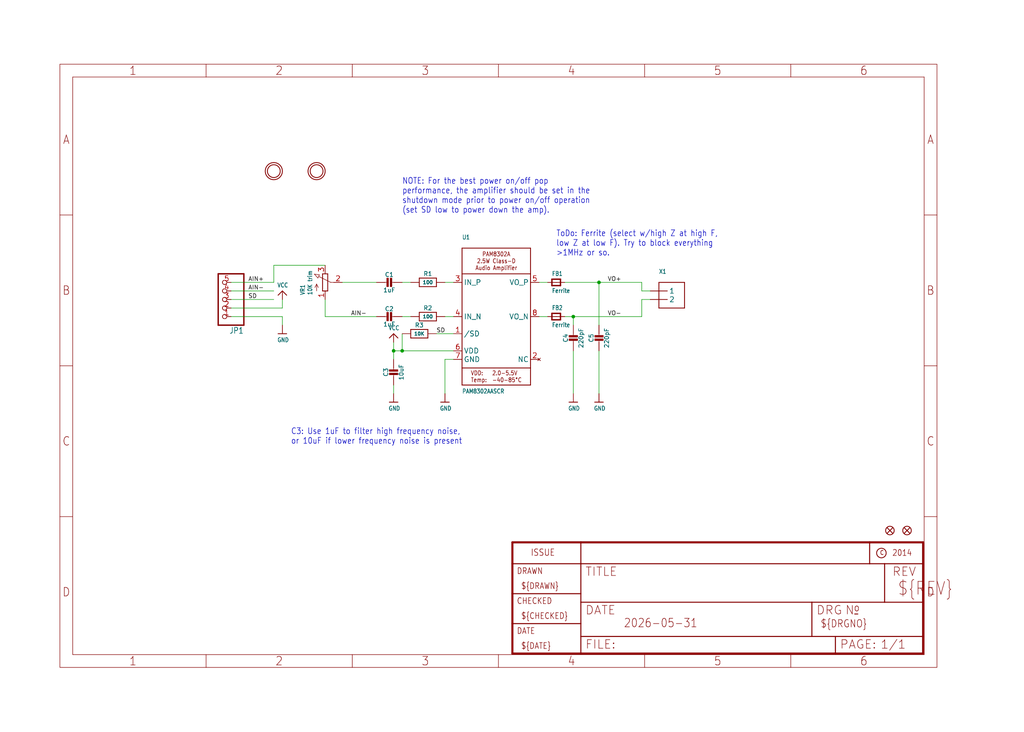
<source format=kicad_sch>
(kicad_sch (version 20250114) (generator "eeschema") (generator_version "9.0")
  (paper "User" 303.962 217.322)
  (lib_symbols
    (symbol "Adafruit PAM8302-eagle-import:AUDIOAMP_PAM8302A"
      (property "Reference" "U" (at -10.16 22.86 0))
      (symbol "AUDIOAMP_PAM8302A_1_0"
        (polyline (pts (xy -10.16 20.32) (xy 10.16 20.32)) (stroke (width 0.254)))
        (polyline (pts (xy -10.16 12.7) (xy -10.16 20.32)) (stroke (width 0.254)))
        (polyline (pts (xy -10.16 12.7) (xy 10.16 12.7)) (stroke (width 0.254)))
        (polyline (pts (xy -10.16 -15.24) (xy -10.16 12.7)) (stroke (width 0.254)))
        (polyline (pts (xy -10.16 -15.24) (xy -10.16 -20.32)) (stroke (width 0.254)))
        (polyline (pts (xy -10.16 -20.32) (xy 10.16 -20.32)) (stroke (width 0.254)))
        (polyline (pts (xy 10.16 20.32) (xy 10.16 12.7)) (stroke (width 0.254)))
        (polyline (pts (xy 10.16 12.7) (xy 10.16 -15.24)) (stroke (width 0.254)))
        (polyline (pts (xy 10.16 -15.24) (xy -10.16 -15.24)) (stroke (width 0.254)))
        (polyline (pts (xy 10.16 -20.32) (xy 10.16 -15.24)) (stroke (width 0.254)))
        (text "VDD:\nTemp:" (at -7.62 -17.78 0) (effects (font (size 1.27 1.0795)) (justify left)))
        (text "2.0-5.5V\n-40-85°C" (at -1.27 -17.78 0) (effects (font (size 1.27 1.0795)) (justify left)))
        (text "PAM8302A\n2.5W Class-D\nAudio Amplifier" (at 0 16.51 0) (effects (font (size 1.27 1.0795))))
        (pin input line (at -12.7 10.16 0) (length 2.54) (name "IN_P") (number "3"))
        (pin input line (at -12.7 0 0) (length 2.54) (name "IN_N") (number "4"))
        (pin input line (at -12.7 -5.08 0) (length 2.54) (name "/SD") (number "1"))
        (pin power_in line (at -12.7 -10.16 0) (length 2.54) (name "VDD") (number "6"))
        (pin power_in line (at -12.7 -12.7 0) (length 2.54) (name "GND") (number "7"))
        (pin output line (at 12.7 10.16 180) (length 2.54) (name "VO_P") (number "5"))
        (pin output line (at 12.7 0 180) (length 2.54) (name "VO_N") (number "8"))
        (pin no_connect line (at 12.7 -12.7 180) (length 2.54) (name "NC") (number "2"))
      )
    )
    (symbol "Adafruit PAM8302-eagle-import:CAP_CERAMIC0805-NOOUTLINE"
      (property "Reference" "C" (at -2.29 1.25 90))
      (symbol "CAP_CERAMIC0805-NOOUTLINE_1_0"
        (rectangle (start -1.27 1.524) (end 1.27 2.032) (fill (type outline)))
        (rectangle (start -1.27 0.508) (end 1.27 1.016) (fill (type outline)))
        (polyline (pts (xy 0 2.54) (xy 0 1.778)) (stroke (width 0.1524)))
        (polyline (pts (xy 0 0.762) (xy 0 0)) (stroke (width 0.1524)))
        (pin passive line (at 0 5.08 270) (length 2.54) (name "1") (number "1"))
        (pin passive line (at 0 -2.54 90) (length 2.54) (name "2") (number "2"))
      )
    )
    (symbol "Adafruit PAM8302-eagle-import:FERRITE_0805"
      (property "Reference" "FB" (at -1.27 1.905 0))
      (symbol "FERRITE_0805_1_0"
        (polyline (pts (xy -1.27 0.9525) (xy 1.27 0.9525)) (stroke (width 0.4064)))
        (polyline (pts (xy -1.27 -0.9525) (xy -1.27 0.9525)) (stroke (width 0.4064)))
        (polyline (pts (xy 1.27 0.9525) (xy 1.27 -0.9525)) (stroke (width 0.4064)))
        (polyline (pts (xy 1.27 -0.9525) (xy -1.27 -0.9525)) (stroke (width 0.4064)))
        (pin passive line (at -2.54 0 0) (length 2.54) (name "P$1") (number "1"))
        (pin passive line (at 2.54 0 180) (length 2.54) (name "P$2") (number "2"))
      )
    )
    (symbol "Adafruit PAM8302-eagle-import:FIDUCIAL{dblquote}{dblquote}"
      (symbol "FIDUCIAL{dblquote}{dblquote}_1_0"
        (polyline (pts (xy -0.762 0.762) (xy 0.762 -0.762)) (stroke (width 0.254)))
        (circle (center 0 0) (radius 1.27) (stroke (width 0.254)))
        (polyline (pts (xy 0.762 0.762) (xy -0.762 -0.762)) (stroke (width 0.254)))
      )
    )
    (symbol "Adafruit PAM8302-eagle-import:FRAME_A4"
      (symbol "FRAME_A4_1_0"
        (polyline (pts (xy 0 179.07) (xy 260.35 179.07) (xy 260.35 0) (xy 0 0) (xy 0 179.07)))
        (polyline (pts (xy 0 134.3025) (xy 3.81 134.3025)))
        (polyline (pts (xy 0 89.535) (xy 3.81 89.535)))
        (polyline (pts (xy 0 44.7675) (xy 3.81 44.7675)))
        (polyline (pts (xy 3.81 175.26) (xy 3.81 3.81)))
        (polyline (pts (xy 43.3917 179.07) (xy 43.3917 175.26)))
        (polyline (pts (xy 43.3917 3.81) (xy 43.3917 0)))
        (polyline (pts (xy 86.7833 179.07) (xy 86.7833 175.26)))
        (polyline (pts (xy 86.7833 3.81) (xy 86.7833 0)))
        (polyline (pts (xy 130.175 179.07) (xy 130.175 175.26)))
        (polyline (pts (xy 130.175 3.81) (xy 130.175 0)))
        (polyline (pts (xy 173.5667 179.07) (xy 173.5667 175.26)))
        (polyline (pts (xy 173.5667 3.81) (xy 173.5667 0)))
        (polyline (pts (xy 216.9583 179.07) (xy 216.9583 175.26)))
        (polyline (pts (xy 216.9583 3.81) (xy 216.9583 0)))
        (polyline (pts (xy 256.54 175.26) (xy 3.81 175.26)))
        (polyline (pts (xy 256.54 175.26) (xy 256.54 3.81)))
        (polyline (pts (xy 256.54 134.3025) (xy 260.35 134.3025)))
        (polyline (pts (xy 256.54 89.535) (xy 260.35 89.535)))
        (polyline (pts (xy 256.54 44.7675) (xy 260.35 44.7675)))
        (polyline (pts (xy 256.54 19.05) (xy 256.54 36.83)) (stroke (width 0.1016)))
        (polyline (pts (xy 256.54 13.97) (xy 256.54 19.05)) (stroke (width 0.1016)))
        (polyline (pts (xy 256.54 8.89) (xy 256.54 13.97)) (stroke (width 0.1016)))
        (polyline (pts (xy 256.54 3.81) (xy 3.81 3.81)))
        (polyline (pts (xy 256.54 3.81) (xy 256.54 8.89)) (stroke (width 0.1016)))
        (text "A" (at 1.905 156.6863 0) (effects (font (size 2.54 2.286))))
        (text "B" (at 1.905 111.9188 0) (effects (font (size 2.54 2.286))))
        (text "C" (at 1.905 67.1513 0) (effects (font (size 2.54 2.286))))
        (text "D" (at 1.905 22.3838 0) (effects (font (size 2.54 2.286))))
        (text "1" (at 21.6958 177.165 0) (effects (font (size 2.54 2.286))))
        (text "1" (at 21.6958 1.905 0) (effects (font (size 2.54 2.286))))
        (text "2" (at 65.0875 177.165 0) (effects (font (size 2.54 2.286))))
        (text "2" (at 65.0875 1.905 0) (effects (font (size 2.54 2.286))))
        (text "3" (at 108.4792 177.165 0) (effects (font (size 2.54 2.286))))
        (text "3" (at 108.4792 1.905 0) (effects (font (size 2.54 2.286))))
        (text "4" (at 151.8708 177.165 0) (effects (font (size 2.54 2.286))))
        (text "4" (at 151.8708 1.905 0) (effects (font (size 2.54 2.286))))
        (text "5" (at 195.2625 177.165 0) (effects (font (size 2.54 2.286))))
        (text "5" (at 195.2625 1.905 0) (effects (font (size 2.54 2.286))))
        (text "6" (at 238.6542 177.165 0) (effects (font (size 2.54 2.286))))
        (text "6" (at 238.6542 1.905 0) (effects (font (size 2.54 2.286))))
        (text "A" (at 258.445 156.6863 0) (effects (font (size 2.54 2.286))))
        (text "B" (at 258.445 111.9188 0) (effects (font (size 2.54 2.286))))
        (text "C" (at 258.445 67.1513 0) (effects (font (size 2.54 2.286))))
        (text "D" (at 258.445 22.3838 0) (effects (font (size 2.54 2.286))))
      )
      (symbol "FRAME_A4_2_0"
        (polyline (pts (xy -0.3048 34.5948) (xy -0.3048 28.2448)) (stroke (width 0.6096)))
        (polyline (pts (xy -0.3048 28.2448) (xy -0.3048 19.3548)) (stroke (width 0.6096)))
        (polyline (pts (xy -0.3048 28.2448) (xy 20.0152 28.2448)) (stroke (width 0.3048)))
        (polyline (pts (xy -0.3048 19.3548) (xy -0.3048 10.4648)) (stroke (width 0.6096)))
        (polyline (pts (xy -0.3048 19.3548) (xy 20.0152 19.3548)) (stroke (width 0.3048)))
        (polyline (pts (xy -0.3048 10.4648) (xy -0.3048 1.5748)) (stroke (width 0.6096)))
        (polyline (pts (xy -0.3048 10.4648) (xy 20.0152 10.4648)) (stroke (width 0.3048)))
        (polyline (pts (xy -0.3048 1.5748) (xy 20.0152 1.5748)) (stroke (width 0.6096)))
        (polyline (pts (xy 20.0152 34.5948) (xy -0.3048 34.5948)) (stroke (width 0.6096)))
        (polyline (pts (xy 20.0152 28.2448) (xy 20.0152 34.5948)) (stroke (width 0.3048)))
        (polyline (pts (xy 20.0152 28.2448) (xy 105.7402 28.2448)) (stroke (width 0.3048)))
        (polyline (pts (xy 20.0152 19.3548) (xy 20.0152 28.2448)) (stroke (width 0.3048)))
        (polyline (pts (xy 20.0152 16.8148) (xy 20.0152 19.3548)) (stroke (width 0.3048)))
        (polyline (pts (xy 20.0152 10.4648) (xy 20.0152 16.8148)) (stroke (width 0.3048)))
        (polyline (pts (xy 20.0152 6.6548) (xy 20.0152 10.4648)) (stroke (width 0.3048)))
        (polyline (pts (xy 20.0152 6.6548) (xy 88.5952 6.6548)) (stroke (width 0.3048)))
        (polyline (pts (xy 20.0152 1.5748) (xy 20.0152 6.6548)) (stroke (width 0.3048)))
        (polyline (pts (xy 20.0152 1.5748) (xy 95.5802 1.5748)) (stroke (width 0.6096)))
        (polyline (pts (xy 88.5952 16.8148) (xy 20.0152 16.8148)) (stroke (width 0.3048)))
        (polyline (pts (xy 88.5952 16.8148) (xy 88.5952 6.6548)) (stroke (width 0.3048)))
        (polyline (pts (xy 88.5952 6.6548) (xy 95.5802 6.6548)) (stroke (width 0.3048)))
        (polyline (pts (xy 95.5802 6.6548) (xy 95.5802 1.5748)) (stroke (width 0.3048)))
        (polyline (pts (xy 95.5802 6.6548) (xy 121.6152 6.6548)) (stroke (width 0.3048)))
        (polyline (pts (xy 95.5802 1.5748) (xy 121.6152 1.5748)) (stroke (width 0.6096)))
        (polyline (pts (xy 101.2952 13.3223) (xy 102.2477 13.3223)) (stroke (width 0.254)))
        (polyline (pts (xy 105.7402 34.5948) (xy 20.0152 34.5948)) (stroke (width 0.6096)))
        (polyline (pts (xy 105.7402 28.2448) (xy 105.7402 34.5948)) (stroke (width 0.3048)))
        (polyline (pts (xy 105.7402 28.2448) (xy 110.1852 28.2448)) (stroke (width 0.3048)))
        (circle (center 109.2327 31.4198) (radius 1.4199) (stroke (width 0.254)))
        (polyline (pts (xy 110.1852 28.2448) (xy 110.1852 16.8148)) (stroke (width 0.3048)))
        (polyline (pts (xy 110.1852 28.2448) (xy 121.6152 28.2448)) (stroke (width 0.3048)))
        (polyline (pts (xy 110.1852 16.8148) (xy 88.5952 16.8148)) (stroke (width 0.3048)))
        (polyline (pts (xy 121.6152 34.5948) (xy 105.7402 34.5948)) (stroke (width 0.6096)))
        (polyline (pts (xy 121.6152 34.5948) (xy 121.6152 28.2448)) (stroke (width 0.6096)))
        (polyline (pts (xy 121.6152 28.2448) (xy 121.6152 16.8148)) (stroke (width 0.6096)))
        (polyline (pts (xy 121.6152 16.8148) (xy 110.1852 16.8148)) (stroke (width 0.3048)))
        (polyline (pts (xy 121.6152 16.8148) (xy 121.6152 6.6548)) (stroke (width 0.6096)))
        (polyline (pts (xy 121.6152 6.6548) (xy 121.6152 1.5748)) (stroke (width 0.6096)))
        (text "DRAWN" (at 0.9652 25.0698 0) (effects (font (size 1.778 1.5113)) (justify left bottom)))
        (text "CHECKED" (at 0.9652 16.1798 0) (effects (font (size 1.778 1.5113)) (justify left bottom)))
        (text "DATE" (at 0.9652 7.2898 0) (effects (font (size 1.778 1.5113)) (justify left bottom)))
        (text "${DRAWN}" (at 2.2352 20.6248 0) (effects (font (size 1.778 1.5113)) (justify left bottom)))
        (text "${CHECKED}" (at 2.2352 11.7348 0) (effects (font (size 1.778 1.5113)) (justify left bottom)))
        (text "${DATE}" (at 2.2352 2.8448 0) (effects (font (size 1.778 1.5113)) (justify left bottom)))
        (text "ISSUE" (at 5.0927 30.4673 0) (effects (font (size 1.9304 1.6408)) (justify left bottom)))
        (text "TITLE" (at 21.2852 24.4348 0) (effects (font (size 2.54 2.54)) (justify left bottom)))
        (text "DATE" (at 21.2852 13.0048 0) (effects (font (size 2.54 2.54)) (justify left bottom)))
        (text "FILE:" (at 21.2852 2.8448 0) (effects (font (size 2.54 2.54)) (justify left bottom)))
        (text "${COMPANY}" (at 23.349 29.6735 0) (effects (font (size 3.175 2.6987) (thickness 0.5397) (bold yes)) (justify left bottom)))
        (text "${CURRENT_DATE}" (at 32.7152 9.1948 0) (effects (font (size 2.54 2.159)) (justify left bottom)))
        (text "${PROJECTNAME}" (at 33.0327 2.8448 0) (effects (font (size 2.54 2.159)) (justify left bottom)))
        (text "DRG" (at 89.8652 13.0048 0) (effects (font (size 2.54 2.54)) (justify left bottom)))
        (text "${DRGNO}" (at 91.1352 9.1948 0) (effects (font (size 2.1844 1.8567)) (justify left bottom)))
        (text "PAGE:" (at 96.8502 2.8448 0) (effects (font (size 2.54 2.54)) (justify left bottom)))
        (text "N" (at 98.4377 13.0048 0) (effects (font (size 2.54 2.54)) (justify left bottom)))
        (text "o" (at 100.9777 13.9573 0) (effects (font (size 2.1844 1.8567)) (justify left bottom)))
        (text "C" (at 108.7564 30.7848 0) (effects (font (size 1.27 1.0795)) (justify left bottom)))
        (text "${#}/${##}" (at 108.9152 2.8448 0) (effects (font (size 2.54 2.54)) (justify left bottom)))
        (text "2014" (at 112.4077 30.4673 0) (effects (font (size 1.778 1.5113)) (justify left bottom)))
        (text "REV" (at 112.4077 24.4348 0) (effects (font (size 2.54 2.54)) (justify left bottom)))
        (text "${REV}" (at 113.9952 18.7198 0) (effects (font (size 3.81 3.2385)) (justify left bottom)))
      )
    )
    (symbol "Adafruit PAM8302-eagle-import:GND" (power)
      (symbol "GND_1_0"
        (polyline (pts (xy -1.27 0) (xy 1.27 0)) (stroke (width 0.254)))
        (pin power_in line (at 0 2.54 270) (length 2.54) (name "GND") (number "1"))
      )
    )
    (symbol "Adafruit PAM8302-eagle-import:HEADER-1X570MIL"
      (property "Reference" "JP" (at -6.35 8.255 0))
      (symbol "HEADER-1X570MIL_1_0"
        (polyline (pts (xy -6.35 7.62) (xy -6.35 -7.62)) (stroke (width 0.4064)))
        (polyline (pts (xy -6.35 -7.62) (xy 1.27 -7.62)) (stroke (width 0.4064)))
        (polyline (pts (xy 1.27 7.62) (xy -6.35 7.62)) (stroke (width 0.4064)))
        (polyline (pts (xy 1.27 -7.62) (xy 1.27 7.62)) (stroke (width 0.4064)))
        (pin passive inverted (at -2.54 5.08 0) (length 2.54) (name "1") (number "1"))
        (pin passive inverted (at -2.54 2.54 0) (length 2.54) (name "2") (number "2"))
        (pin passive inverted (at -2.54 0 0) (length 2.54) (name "3") (number "3"))
        (pin passive inverted (at -2.54 -2.54 0) (length 2.54) (name "4") (number "4"))
        (pin passive inverted (at -2.54 -5.08 0) (length 2.54) (name "5") (number "5"))
      )
    )
    (symbol "Adafruit PAM8302-eagle-import:MOUNTINGHOLE2.0"
      (symbol "MOUNTINGHOLE2.0_1_0"
        (circle (center 0 0) (radius 1.905) (stroke (width 0.254)))
        (circle (center 0 0) (radius 2.54) (stroke (width 0.254)))
      )
    )
    (symbol "Adafruit PAM8302-eagle-import:RESISTOR0805_NOOUTLINE"
      (property "Reference" "R" (at 0 2.54 0))
      (symbol "RESISTOR0805_NOOUTLINE_1_0"
        (polyline (pts (xy -2.54 1.27) (xy 2.54 1.27)) (stroke (width 0.254)))
        (polyline (pts (xy -2.54 -1.27) (xy -2.54 1.27)) (stroke (width 0.254)))
        (polyline (pts (xy 2.54 1.27) (xy 2.54 -1.27)) (stroke (width 0.254)))
        (polyline (pts (xy 2.54 -1.27) (xy -2.54 -1.27)) (stroke (width 0.254)))
        (pin passive line (at -5.08 0 0) (length 2.54) (name "1") (number "1"))
        (pin passive line (at 5.08 0 180) (length 2.54) (name "2") (number "2"))
      )
    )
    (symbol "Adafruit PAM8302-eagle-import:TERMBLOCK_1X2"
      (property "Reference" "X" (at -2.54 7.62 0))
      (symbol "TERMBLOCK_1X2_1_0"
        (polyline (pts (xy -2.54 5.08) (xy -2.54 -2.54)) (stroke (width 0.254)))
        (polyline (pts (xy -2.54 -2.54) (xy 5.08 -2.54)) (stroke (width 0.254)))
        (polyline (pts (xy 5.08 5.08) (xy -2.54 5.08)) (stroke (width 0.254)))
        (polyline (pts (xy 5.08 -2.54) (xy 5.08 5.08)) (stroke (width 0.254)))
        (pin passive line (at -5.08 2.54 0) (length 5.08) (name "1") (number "1"))
        (pin passive line (at -5.08 0 0) (length 5.08) (name "2") (number "2"))
      )
    )
    (symbol "Adafruit PAM8302-eagle-import:TRIMPOT3303W/X"
      (property "Reference" "VR" (at -5.969 -3.81 90))
      (symbol "TRIMPOT3303W/X_1_0"
        (polyline (pts (xy -3.1989 2.4495) (xy -1.7018 2.2352)) (stroke (width 0.1524)))
        (polyline (pts (xy -2.54 -0.508) (xy -3.048 -1.524)) (stroke (width 0.1524)))
        (polyline (pts (xy -2.54 -0.508) (xy -2.032 -1.524)) (stroke (width 0.1524)))
        (polyline (pts (xy -2.54 -2.54) (xy -2.54 -0.508)) (stroke (width 0.1524)))
        (polyline (pts (xy -2.1597 1.2939) (xy -3.1989 2.4495)) (stroke (width 0.1524)))
        (polyline (pts (xy -2.1597 1.2939) (xy -1.7018 2.2352)) (stroke (width 0.1524)))
        (polyline (pts (xy -0.762 2.54) (xy -0.762 -2.54)) (stroke (width 0.254)))
        (polyline (pts (xy -0.762 -2.54) (xy 0.762 -2.54)) (stroke (width 0.254)))
        (polyline (pts (xy 0.762 2.54) (xy -0.762 2.54)) (stroke (width 0.254)))
        (polyline (pts (xy 0.762 -2.54) (xy 0.762 2.54)) (stroke (width 0.254)))
        (polyline (pts (xy 1.651 0) (xy -1.8796 1.7526)) (stroke (width 0.1524)))
        (polyline (pts (xy 2.54 0) (xy 1.651 0)) (stroke (width 0.1524)))
        (pin passive line (at 0 5.08 270) (length 2.54) (name "E") (number "3"))
        (pin passive line (at 0 -5.08 90) (length 2.54) (name "A") (number "1"))
        (pin passive line (at 5.08 0 180) (length 2.54) (name "S") (number "2"))
      )
    )
    (symbol "Adafruit PAM8302-eagle-import:VCC" (power)
      (symbol "VCC_1_0"
        (polyline (pts (xy -1.27 -1.27) (xy 0 0)) (stroke (width 0.254)))
        (polyline (pts (xy 0 0) (xy 1.27 -1.27)) (stroke (width 0.254)))
        (pin power_in line (at 0 -2.54 90) (length 2.54) (name "VCC") (number "1"))
      )
    )
  )
  (text "ToDo: Ferrite (select w/high Z at high F,\nlow Z at low F). Try to block everything\n>1MHz or so." (at 165.1 76.2 0) (effects (font (size 1.778 1.5113)) (justify left bottom)))
  (text "C3: Use 1uF to filter high frequency noise,\nor 10uF if lower frequency noise is present" (at 86.36 132.08 0) (effects (font (size 1.778 1.5113)) (justify left bottom)))
  (text "NOTE: For the best power on/off pop\nperformance, the amplifier should be set in the\nshutdown mode prior to power on/off operation\n(set SD low to power down the amp)." (at 119.38 63.5 0) (effects (font (size 1.778 1.5113)) (justify left bottom)))
  (junction (at 116.84 104.14))
  (junction (at 177.8 83.82))
  (junction (at 119.38 104.14))
  (junction (at 170.18 93.98))
  (wire (pts (xy 96.52 93.98) (xy 96.52 88.9)) (stroke (width 0.1524)))
  (wire (pts (xy 193.04 88.9) (xy 190.5 88.9)) (stroke (width 0.1524)))
  (wire (pts (xy 160.02 83.82) (xy 162.56 83.82)) (stroke (width 0.1524)))
  (wire (pts (xy 83.82 91.44) (xy 83.82 88.9)) (stroke (width 0.1524)))
  (wire (pts (xy 111.76 93.98) (xy 96.52 93.98)) (stroke (width 0.1524)))
  (wire (pts (xy 134.62 106.68) (xy 132.08 106.68)) (stroke (width 0.1524)))
  (wire (pts (xy 170.18 93.98) (xy 170.18 96.52)) (stroke (width 0.1524)))
  (wire (pts (xy 193.04 86.36) (xy 190.5 86.36)) (stroke (width 0.1524)))
  (wire (pts (xy 68.58 93.98) (xy 83.82 93.98)) (stroke (width 0.1524)))
  (wire (pts (xy 190.5 88.9) (xy 190.5 93.98)) (stroke (width 0.1524)))
  (wire (pts (xy 81.28 83.82) (xy 68.58 83.82)) (stroke (width 0.1524)))
  (wire (pts (xy 134.62 83.82) (xy 132.08 83.82)) (stroke (width 0.1524)))
  (wire (pts (xy 190.5 86.36) (xy 190.5 83.82)) (stroke (width 0.1524)))
  (wire (pts (xy 170.18 104.14) (xy 170.18 116.84)) (stroke (width 0.1524)))
  (wire (pts (xy 167.64 83.82) (xy 177.8 83.82)) (stroke (width 0.1524)))
  (wire (pts (xy 119.38 83.82) (xy 121.92 83.82)) (stroke (width 0.1524)))
  (wire (pts (xy 121.92 93.98) (xy 119.38 93.98)) (stroke (width 0.1524)))
  (wire (pts (xy 116.84 114.3) (xy 116.84 116.84)) (stroke (width 0.1524)))
  (wire (pts (xy 116.84 104.14) (xy 116.84 101.6)) (stroke (width 0.1524)))
  (wire (pts (xy 134.62 93.98) (xy 132.08 93.98)) (stroke (width 0.1524)))
  (wire (pts (xy 83.82 93.98) (xy 83.82 96.52)) (stroke (width 0.1524)))
  (wire (pts (xy 177.8 83.82) (xy 190.5 83.82)) (stroke (width 0.1524)))
  (wire (pts (xy 116.84 104.14) (xy 116.84 106.68)) (stroke (width 0.1524)))
  (wire (pts (xy 134.62 99.06) (xy 129.54 99.06)) (stroke (width 0.1524)))
  (wire (pts (xy 119.38 99.06) (xy 119.38 104.14)) (stroke (width 0.1524)))
  (wire (pts (xy 68.58 91.44) (xy 83.82 91.44)) (stroke (width 0.1524)))
  (wire (pts (xy 81.28 88.9) (xy 68.58 88.9)) (stroke (width 0.1524)))
  (wire (pts (xy 177.8 104.14) (xy 177.8 116.84)) (stroke (width 0.1524)))
  (wire (pts (xy 134.62 104.14) (xy 119.38 104.14)) (stroke (width 0.1524)))
  (wire (pts (xy 81.28 86.36) (xy 68.58 86.36)) (stroke (width 0.1524)))
  (wire (pts (xy 101.6 83.82) (xy 111.76 83.82)) (stroke (width 0.1524)))
  (wire (pts (xy 167.64 93.98) (xy 170.18 93.98)) (stroke (width 0.1524)))
  (wire (pts (xy 81.28 78.74) (xy 96.52 78.74)) (stroke (width 0.1524)))
  (wire (pts (xy 170.18 93.98) (xy 190.5 93.98)) (stroke (width 0.1524)))
  (wire (pts (xy 177.8 83.82) (xy 177.8 96.52)) (stroke (width 0.1524)))
  (wire (pts (xy 119.38 104.14) (xy 116.84 104.14)) (stroke (width 0.1524)))
  (wire (pts (xy 132.08 106.68) (xy 132.08 116.84)) (stroke (width 0.1524)))
  (wire (pts (xy 160.02 93.98) (xy 162.56 93.98)) (stroke (width 0.1524)))
  (wire (pts (xy 81.28 83.82) (xy 81.28 78.74)) (stroke (width 0.1524)))
  (label "AIN+" (at 73.66 83.82 0) (effects (font (size 1.2446 1.2446))))
  (label "SD" (at 129.54 99.06 0) (effects (font (size 1.2446 1.2446))))
  (label "SD" (at 73.66 88.9 0) (effects (font (size 1.2446 1.2446))))
  (label "VO+" (at 180.34 83.82 0) (effects (font (size 1.2446 1.2446))))
  (label "VO-" (at 180.34 93.98 0) (effects (font (size 1.2446 1.2446))))
  (label "AIN-" (at 73.66 86.36 0) (effects (font (size 1.2446 1.2446))))
  (label "AIN-" (at 104.14 93.98 0) (effects (font (size 1.2446 1.2446))))
  (symbol (lib_id "Adafruit PAM8302-eagle-import:CAP_CERAMIC0805-NOOUTLINE") (at 170.18 101.6 0) (unit 1)
    (property "Reference" "C4" (at 167.89 100.35 90))
    (property "Value" "220pF" (at 172.48 100.35 90))
    (property "Footprint" "Adafruit PAM8302:0805-NO" (effects (hide yes)))
  )
  (symbol (lib_id "Adafruit PAM8302-eagle-import:GND") (at 83.82 99.06 0) (unit 1)
    (property "Reference" "#U$9" (effects (hide yes)))
    (property "Value" "GND" (at 82.296 101.6 0) (effects (font (size 1.27 1.0795)) (justify left bottom)))
  )
  (symbol (lib_id "Adafruit PAM8302-eagle-import:CAP_CERAMIC0805-NOOUTLINE") (at 114.3 93.98 270) (unit 1)
    (property "Reference" "C2" (at 115.55 91.69 90))
    (property "Value" "1uF" (at 115.55 96.28 90))
    (property "Footprint" "Adafruit PAM8302:0805-NO" (effects (hide yes)))
  )
  (symbol (lib_id "Adafruit PAM8302-eagle-import:MOUNTINGHOLE2.0") (at 81.28 50.8 0) (unit 1)
    (property "Reference" "U$11" (effects (hide yes)))
    (property "Value" "MOUNTINGHOLE2.0" (effects (hide yes)))
    (property "Footprint" "Adafruit PAM8302:MOUNTINGHOLE_2.0_PLATED" (effects (hide yes)))
  )
  (symbol (lib_id "Adafruit PAM8302-eagle-import:AUDIOAMP_PAM8302A") (at 147.32 93.98 0) (unit 1)
    (property "Reference" "U1" (at 137.16 71.12 0) (effects (font (size 1.27 1.0795)) (justify left bottom)))
    (property "Value" "PAM8302AASCR" (at 137.16 116.84 0) (effects (font (size 1.27 1.0795)) (justify left bottom)))
    (property "Footprint" "Adafruit PAM8302:MSOP8_0.65MM" (effects (hide yes)))
  )
  (symbol (lib_id "Adafruit PAM8302-eagle-import:GND") (at 170.18 119.38 0) (unit 1)
    (property "Reference" "#U$7" (effects (hide yes)))
    (property "Value" "GND" (at 168.656 121.92 0) (effects (font (size 1.27 1.0795)) (justify left bottom)))
  )
  (symbol (lib_id "Adafruit PAM8302-eagle-import:VCC") (at 116.84 99.06 0) (unit 1)
    (property "Reference" "#P+1" (effects (hide yes)))
    (property "Value" "VCC" (at 115.316 98.044 0) (effects (font (size 1.27 1.0795)) (justify left bottom)))
  )
  (symbol (lib_id "Adafruit PAM8302-eagle-import:TERMBLOCK_1X2") (at 198.12 88.9 0) (unit 1)
    (property "Reference" "X1" (at 195.58 81.28 0) (effects (font (size 1.27 1.0795)) (justify left bottom)))
    (property "Value" "TERMBLOCK_1X2" (effects (hide yes)))
    (property "Footprint" "Adafruit PAM8302:TERMBLOCK_1X2-3.5MM" (effects (hide yes)))
  )
  (symbol (lib_id "Adafruit PAM8302-eagle-import:GND") (at 132.08 119.38 0) (unit 1)
    (property "Reference" "#U$2" (effects (hide yes)))
    (property "Value" "GND" (at 130.556 121.92 0) (effects (font (size 1.27 1.0795)) (justify left bottom)))
  )
  (symbol (lib_id "Adafruit PAM8302-eagle-import:FRAME_A4") (at 17.78 198.12 0) (unit 1)
    (property "Reference" "#FRAME1" (effects (hide yes)))
    (property "Value" "FRAME_A4" (effects (hide yes)))
  )
  (symbol (lib_id "Adafruit PAM8302-eagle-import:CAP_CERAMIC0805-NOOUTLINE") (at 114.3 83.82 270) (unit 1)
    (property "Reference" "C1" (at 115.55 81.53 90))
    (property "Value" "1uF" (at 115.55 86.12 90))
    (property "Footprint" "Adafruit PAM8302:0805-NO" (effects (hide yes)))
  )
  (symbol (lib_id "Adafruit PAM8302-eagle-import:CAP_CERAMIC0805-NOOUTLINE") (at 177.8 101.6 0) (unit 1)
    (property "Reference" "C5" (at 175.51 100.35 90))
    (property "Value" "220pF" (at 180.1 100.35 90))
    (property "Footprint" "Adafruit PAM8302:0805-NO" (effects (hide yes)))
  )
  (symbol (lib_id "Adafruit PAM8302-eagle-import:FERRITE_0805") (at 165.1 83.82 0) (unit 1)
    (property "Reference" "FB1" (at 163.83 81.915 0) (effects (font (size 1.27 1.0795)) (justify left bottom)))
    (property "Value" "Ferrite" (at 163.83 86.995 0) (effects (font (size 1.27 1.0795)) (justify left bottom)))
    (property "Footprint" "Adafruit PAM8302:_0805" (effects (hide yes)))
  )
  (symbol (lib_id "Adafruit PAM8302-eagle-import:RESISTOR0805_NOOUTLINE") (at 127 93.98 0) (unit 1)
    (property "Reference" "R2" (at 127 91.44 0))
    (property "Value" "100" (at 127 93.98 0) (effects (font (size 1.016 1.016) (thickness 0.2032) (bold yes))))
    (property "Footprint" "Adafruit PAM8302:0805-NO" (effects (hide yes)))
  )
  (symbol (lib_id "Adafruit PAM8302-eagle-import:VCC") (at 83.82 86.36 0) (unit 1)
    (property "Reference" "#P+2" (effects (hide yes)))
    (property "Value" "VCC" (at 82.296 85.344 0) (effects (font (size 1.27 1.0795)) (justify left bottom)))
  )
  (symbol (lib_id "Adafruit PAM8302-eagle-import:GND") (at 177.8 119.38 0) (unit 1)
    (property "Reference" "#U$8" (effects (hide yes)))
    (property "Value" "GND" (at 176.276 121.92 0) (effects (font (size 1.27 1.0795)) (justify left bottom)))
  )
  (symbol (lib_id "Adafruit PAM8302-eagle-import:RESISTOR0805_NOOUTLINE") (at 124.46 99.06 0) (unit 1)
    (property "Reference" "R3" (at 124.46 96.52 0))
    (property "Value" "10K" (at 124.46 99.06 0) (effects (font (size 1.016 1.016) (thickness 0.2032) (bold yes))))
    (property "Footprint" "Adafruit PAM8302:0805-NO" (effects (hide yes)))
  )
  (symbol (lib_id "Adafruit PAM8302-eagle-import:HEADER-1X570MIL") (at 66.04 88.9 180) (unit 1)
    (property "Reference" "JP1" (at 72.39 97.155 0) (effects (font (size 1.778 1.5113)) (justify left bottom)))
    (property "Value" "HEADER-1X570MIL" (effects (hide yes)))
    (property "Footprint" "Adafruit PAM8302:1X05_ROUND_70" (effects (hide yes)))
  )
  (symbol (lib_id "Adafruit PAM8302-eagle-import:CAP_CERAMIC0805-NOOUTLINE") (at 116.84 111.76 0) (unit 1)
    (property "Reference" "C3" (at 114.55 110.51 90))
    (property "Value" "10uF" (at 119.14 110.51 90))
    (property "Footprint" "Adafruit PAM8302:0805-NO" (effects (hide yes)))
  )
  (symbol (lib_id "Adafruit PAM8302-eagle-import:FERRITE_0805") (at 165.1 93.98 0) (unit 1)
    (property "Reference" "FB2" (at 163.83 92.075 0) (effects (font (size 1.27 1.0795)) (justify left bottom)))
    (property "Value" "Ferrite" (at 163.83 97.155 0) (effects (font (size 1.27 1.0795)) (justify left bottom)))
    (property "Footprint" "Adafruit PAM8302:_0805" (effects (hide yes)))
  )
  (symbol (lib_id "Adafruit PAM8302-eagle-import:MOUNTINGHOLE2.0") (at 93.98 50.8 0) (unit 1)
    (property "Reference" "U$10" (effects (hide yes)))
    (property "Value" "MOUNTINGHOLE2.0" (effects (hide yes)))
    (property "Footprint" "Adafruit PAM8302:MOUNTINGHOLE_2.0_PLATED" (effects (hide yes)))
  )
  (symbol (lib_id "Adafruit PAM8302-eagle-import:TRIMPOT3303W/X") (at 96.52 83.82 0) (unit 1)
    (property "Reference" "VR1" (at 90.551 87.63 90) (effects (font (size 1.27 1.0795)) (justify left bottom)))
    (property "Value" "10K trim" (at 92.71 87.63 90) (effects (font (size 1.27 1.0795)) (justify left bottom)))
    (property "Footprint" "Adafruit PAM8302:TRIMPOT_BOURNS_3303W" (effects (hide yes)))
  )
  (symbol (lib_id "Adafruit PAM8302-eagle-import:FRAME_A4") (at 152.4 195.58 0) (unit 2)
    (property "Reference" "#FRAME1" (effects (hide yes)))
    (property "Value" "FRAME_A4" (effects (hide yes)))
  )
  (symbol (lib_id "Adafruit PAM8302-eagle-import:GND") (at 116.84 119.38 0) (unit 1)
    (property "Reference" "#U$1" (effects (hide yes)))
    (property "Value" "GND" (at 115.316 121.92 0) (effects (font (size 1.27 1.0795)) (justify left bottom)))
  )
  (symbol (lib_id "Adafruit PAM8302-eagle-import:FIDUCIAL{dblquote}{dblquote}") (at 269.24 157.48 0) (unit 1)
    (property "Reference" "FID1" (effects (hide yes)))
    (property "Value" "FIDUCIAL{dblquote}{dblquote}" (effects (hide yes)))
    (property "Footprint" "Adafruit PAM8302:FIDUCIAL_1MM" (effects (hide yes)))
  )
  (symbol (lib_id "Adafruit PAM8302-eagle-import:RESISTOR0805_NOOUTLINE") (at 127 83.82 0) (unit 1)
    (property "Reference" "R1" (at 127 81.28 0))
    (property "Value" "100" (at 127 83.82 0) (effects (font (size 1.016 1.016) (thickness 0.2032) (bold yes))))
    (property "Footprint" "Adafruit PAM8302:0805-NO" (effects (hide yes)))
  )
  (symbol (lib_id "Adafruit PAM8302-eagle-import:FIDUCIAL{dblquote}{dblquote}") (at 264.16 157.48 0) (unit 1)
    (property "Reference" "FID2" (effects (hide yes)))
    (property "Value" "FIDUCIAL{dblquote}{dblquote}" (effects (hide yes)))
    (property "Footprint" "Adafruit PAM8302:FIDUCIAL_1MM" (effects (hide yes)))
  )
)
</source>
